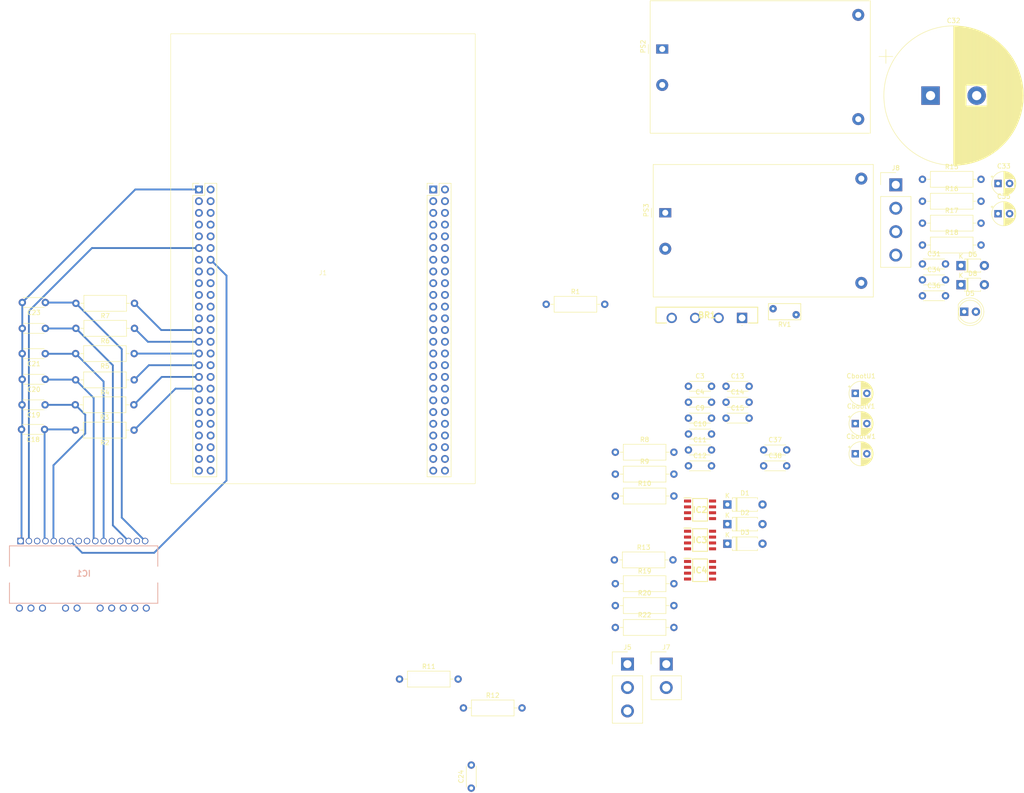
<source format=kicad_pcb>
(kicad_pcb (version 20221018) (generator pcbnew)
  (layers (0 "F.Cu" signal) (31 "B.Cu" signal) (34 "B.Paste" user) (35 "F.Paste" user) (36 "B.SilkS" user "B.Silkscreen") (37 "F.SilkS" user "F.Silkscreen") (38 "B.Mask" user) (39 "F.Mask" user) (44 "Edge.Cuts" user))
  (net 0 "")
  (net 1 "/Inverter/HV")
  (net 2 "Net-(BR1-~_1)")
  (net 3 "/Rectifier & Power supply/L")
  (net 4 "GND")
  (net 5 "Net-(D1-A)")
  (net 6 "Net-(D1-K)")
  (net 7 "RS")
  (net 8 "Net-(IC2-FILTER)")
  (net 9 "+5V")
  (net 10 "Net-(IC3-FILTER)")
  (net 11 "Net-(IC4-FILTER)")
  (net 12 "/Inverter/NTC")
  (net 13 "Net-(IC1-HIN_W)")
  (net 14 "Net-(IC1-LIN_W)")
  (net 15 "Net-(IC1-HIN_V_)")
  (net 16 "Net-(IC1-LIN_V)")
  (net 17 "Net-(IC1-HIN_U)")
  (net 18 "Net-(IC1-LIN_U)")
  (net 19 "/Inverter/ADC")
  (net 20 "Net-(IC1-OP-)")
  (net 21 "+24V")
  (net 22 "Net-(D6-A)")
  (net 23 "Net-(D8-A)")
  (net 24 "Net-(D3-A)")
  (net 25 "Net-(D3-K)")
  (net 26 "Net-(D2-A)")
  (net 27 "Net-(D2-K)")
  (net 28 "Net-(D5-A)")
  (net 29 "+15V")
  (net 30 "Net-(IC1-OP+)")
  (net 32 "Net-(IC1-NU)")
  (net 33 "/Inverter/U")
  (net 34 "/Inverter/CURR_U")
  (net 35 "/Inverter/V")
  (net 36 "/Inverter/CURR_V")
  (net 37 "/Inverter/W")
  (net 38 "/Inverter/CURR_W")
  (net 54 "/Inverter/HIN_U")
  (net 56 "/Inverter/LIN_U")
  (net 58 "/Inverter/HIN_V")
  (net 60 "/Inverter/LIN_V")
  (net 62 "/Inverter/LIN_W")
  (net 64 "/Inverter/HIN_W")
  (net 122 "Net-(R15-Pad2)")
  (net 123 "Net-(R16-Pad2)")
  (net 124 "Net-(R17-Pad2)")
  (footprint "Capacitor_THT:C_Disc_D4.3mm_W1.9mm_P5.00mm" (layer "F.Cu") (at 187.215869 132.11)
    (fp_text reference "C12")
    (fp_text value "0.1uF")
  )
  (footprint "Resistor_THT:R_Axial_DIN0309_L9.0mm_D3.2mm_P12.70mm_Horizontal" (layer "F.Cu") (at 124.5775 178.335)
    (fp_text reference "R11")
    (fp_text value "3.3K")
  )
  (footprint "Capacitor_THT:C_Disc_D4.3mm_W1.9mm_P5.00mm" (layer "F.Cu") (at 140.1375 201.975 90)
    (fp_text reference "C24")
    (fp_text value "33pF")
  )
  (footprint "Capacitor_THT:C_Disc_D4.3mm_W1.9mm_P5.00mm" (layer "F.Cu") (at 195.365869 118.31)
    (fp_text reference "C14")
    (fp_text value "0.1uF")
  )
  (footprint "Resistor_THT:R_Axial_DIN0309_L9.0mm_D3.2mm_P12.70mm_Horizontal" (layer "F.Cu") (at 138.4375 184.595)
    (fp_text reference "R12")
    (fp_text value "10K")
  )
  (footprint "Diode_THT:D_A-405_P7.62mm_Horizontal" (layer "F.Cu") (at 195.655 148.99)
    (fp_text reference "D3")
    (fp_text value "MMSZ5250B")
  )
  (footprint "LED_THT:LED_D5.0mm" (layer "F.Cu") (at 246.995 98.69)
    (fp_text reference "D5")
    (fp_text value "LED")
  )
  (footprint "Resistor_THT:R_Axial_DIN0309_L9.0mm_D3.2mm_P12.70mm_Horizontal" (layer "F.Cu") (at 67.12 96.87 180)
    (fp_text reference "R7")
    (fp_text value "1K")
  )
  (footprint "Capacitor_THT:C_Disc_D4.3mm_W1.9mm_P5.00mm" (layer "F.Cu") (at 187.215869 125.21)
    (fp_text reference "C10")
    (fp_text value "0.1uF")
  )
  (footprint "Converter_ACDC:Converter_ACDC_HiLink_HLK-10Mxx" (layer "F.Cu") (at 182.19 77.24)
    (fp_text reference "PS3")
    (fp_text value "HLK-10M05")
  )
  (footprint "Resistor_THT:R_Axial_DIN0309_L9.0mm_D3.2mm_P12.70mm_Horizontal" (layer "F.Cu") (at 67.06 107.77 180)
    (fp_text reference "R5")
    (fp_text value "1K")
  )
  (footprint "Capacitor_THT:C_Disc_D4.3mm_W1.9mm_P5.00mm" (layer "F.Cu") (at 187.215869 128.66)
    (fp_text reference "C11")
    (fp_text value "1nF")
  )
  (footprint "Diode_THT:D_A-405_P7.62mm_Horizontal" (layer "F.Cu") (at 195.655 140.49)
    (fp_text reference "D1")
    (fp_text value "MMSZ5250B")
  )
  (footprint "Resistor_THT:R_Axial_DIN0309_L9.0mm_D3.2mm_P12.70mm_Horizontal" (layer "F.Cu") (at 67.03 124.36 180)
    (fp_text reference "R2")
    (fp_text value "1K")
  )
  (footprint "Capacitor_THT:C_Disc_D4.3mm_W1.9mm_P5.00mm" (layer "F.Cu") (at 195.365869 114.86)
    (fp_text reference "C13")
    (fp_text value "1nF")
  )
  (footprint "Resistor_THT:R_Axial_DIN0309_L9.0mm_D3.2mm_P12.70mm_Horizontal" (layer "F.Cu") (at 171.365869 129.15)
    (fp_text reference "R8")
    (fp_text value "1R")
  )
  (footprint "Capacitor_THT:C_Disc_D4.3mm_W1.9mm_P5.00mm" (layer "F.Cu") (at 47.78 113.35 180)
    (fp_text reference "C20")
    (fp_text value "10pF")
  )
  (footprint "Capacitor_THT:C_Disc_D4.3mm_W1.9mm_P5.00mm" (layer "F.Cu") (at 195.365869 121.76)
    (fp_text reference "C15")
    (fp_text value "1nF")
  )
  (footprint "Capacitor_THT:C_Disc_D4.3mm_W1.9mm_P5.00mm" (layer "F.Cu") (at 237.945 91.79)
    (fp_text reference "C34")
    (fp_text value "100nF")
  )
  (footprint "Capacitor_THT:C_Disc_D4.3mm_W1.9mm_P5.00mm" (layer "F.Cu") (at 47.78 107.78 180)
    (fp_text reference "C21")
    (fp_text value "10pF")
  )
  (footprint "Resistor_THT:R_Axial_DIN0309_L9.0mm_D3.2mm_P12.70mm_Horizontal" (layer "F.Cu") (at 237.945 79.49)
    (fp_text reference "R17")
    (fp_text value "10K")
  )
  (footprint "Resistor_THT:R_Axial_DIN0309_L9.0mm_D3.2mm_P12.70mm_Horizontal" (layer "F.Cu") (at 171.365869 133.9)
    (fp_text reference "R9")
    (fp_text value "3.3K")
  )
  (footprint "Diode_THT:D_A-405_P7.62mm_Horizontal" (layer "F.Cu") (at 195.655 144.74)
    (fp_text reference "D2")
    (fp_text value "MMSZ5250B")
  )
  (footprint "Capacitor_THT:C_Disc_D4.3mm_W1.9mm_P5.00mm" (layer "F.Cu") (at 47.8 102.31 180)
    (fp_text reference "C22" hide)
    (fp_text value "10pF")
  )
  (footprint "Capacitor_THT:C_Disc_D4.3mm_W1.9mm_P5.00mm" (layer "F.Cu") (at 237.945 95.24)
    (fp_text reference "C36")
    (fp_text value "100nF")
  )
  (footprint "Connector_Samtec_HPM_THT:Samtec_HPM-04-01-x-S_Straight_1x04_Pitch5.08mm" (layer "F.Cu") (at 232.165 71.18)
    (fp_text reference "J8")
    (fp_text value "Conn_01x04")
  )
  (footprint "Capacitor_THT:C_Disc_D4.3mm_W1.9mm_P5.00mm" (layer "F.Cu") (at 203.515869 132.11)
    (fp_text reference "C38")
    (fp_text value "100n")
  )
  (footprint "Converter_ACDC:Converter_ACDC_HiLink_HLK-10Mxx" (layer "F.Cu") (at 181.53 41.74)
    (fp_text reference "PS2")
    (fp_text value "HLK-10M24")
  )
  (footprint "Connector_Samtec_HPM_THT:Samtec_HPM-02-01-x-S_Straight_1x02_Pitch5.08mm" (layer "F.Cu") (at 182.405869 175.09)
    (fp_text reference "J7")
    (fp_text value "AC_IN")
  )
  (footprint "Capacitor_THT:CP_Radial_D5.0mm_P2.50mm" (layer "F.Cu") (at 223.39 122.94)
    (fp_text reference "CbootV1")
    (fp_text value "2.2u")
  )
  (footprint "Resistor_THT:R_Axial_DIN0309_L9.0mm_D3.2mm_P12.70mm_Horizontal" (layer "F.Cu") (at 237.945 69.99)
    (fp_text reference "R15")
    (fp_text value "10K")
  )
  (footprint "Resistor_THT:R_Axial_DIN0309_L9.0mm_D3.2mm_P12.70mm_Horizontal" (layer "F.Cu") (at 171.365869 167.15)
    (fp_text reference "R22")
    (fp_text value "3.3K")
  )
  (footprint "Resistor_THT:R_Axial_DIN0309_L9.0mm_D3.2mm_P12.70mm_Horizontal" (layer "F.Cu") (at 171.16 152.5)
    (fp_text reference "R13")
    (fp_text value "3.3K")
  )
  (footprint "SamacSys_Parts:SOIC127P600X175-8N" (layer "F.Cu") (at 189.73 154.74)
    (fp_text reference "IC4")
    (fp_text value "ACS724LLCTR-05AU-T" hide)
  )
  (footprint "Capacitor_THT:C_Disc_D4.3mm_W1.9mm_P5.00mm" (layer "F.Cu") (at 187.215869 121.76)
    (fp_text reference "C9")
    (fp_text value "1nF")
  )
  (footprint "Capacitor_THT:C_Disc_D4.3mm_W1.9mm_P5.00mm" (layer "F.Cu") (at 47.8 96.69 180)
    (fp_text reference "C23")
    (fp_text value "10pF" hide)
  )
  (footprint "Diode_THT:D_T-1_P5.08mm_Horizontal" (layer "F.Cu") (at 246.295 88.69)
    (fp_text reference "D6")
    (fp_text value "DZ24V")
  )
  (footprint "Capacitor_THT:C_Disc_D4.3mm_W1.9mm_P5.00mm" (layer "F.Cu") (at 237.945 88.34)
    (fp_text reference "C31")
    (fp_text value "220nF")
  )
  (footprint "Resistor_THT:R_Axial_DIN0309_L9.0mm_D3.2mm_P12.70mm_Horizontal" (layer "F.Cu") (at 67.12 102.3 180)
    (fp_text reference "R6")
    (fp_text value "1K")
  )
  (footprint "SamacSys_Parts:SOIC127P600X175-8N" (layer "F.Cu") (at 189.73 148.19)
    (fp_text reference "IC3")
    (fp_text value "ACS724LLCTR-05AU-T" hide)
  )
  (footprint "Capacitor_THT:CP_Radial_D5.0mm_P2.50mm" (layer "F.Cu") (at 223.39 116.39)
    (fp_text reference "CbootU1")
    (fp_text value "2.2u")
  )
  (footprint "Resistor_THT:R_Axial_DIN0309_L9.0mm_D3.2mm_P12.70mm_Horizontal" (layer "F.Cu") (at 156.3725 97.08)
    (fp_text reference "R1")
    (fp_text value "2.2K")
  )
  (footprint "SamacSys_Parts:GBUE2560M3P" (layer "F.Cu") (at 198.835 100.037)
    (fp_text reference "BR1")
    (fp_text value "GBUE2560-M3_P" hide)
  )
  (footprint "Capacitor_THT:CP_Radial_D30.0mm_P10.00mm_SnapIn" (layer "F.Cu") (at 239.699131 51.84)
    (fp_text reference "C32")
    (fp_text value "330uF 400V")
  )
  (footprint "Connector_Samtec_HPM_THT:Samtec_HPM-03-01-x-S_Straight_1x03_Pitch5.08mm" (layer "F.Cu") (at 173.995869 175.09)
    (fp_text reference "J5")
    (fp_text value "OUT")
  )
  (footprint "Resistor_THT:R_Axial_DIN0309_L9.0mm_D3.2mm_P12.70mm_Horizontal" (layer "F.Cu") (at 171.365869 138.65)
    (fp_text reference "R10")
    (fp_text value "3.3K")
  )
  (footprint "Diode_THT:D_T-1_P5.08mm_Horizontal" (layer "F.Cu") (at 246.295 92.84)
    (fp_text reference "D8")
    (fp_text value "DZ5V")
  )
  (footprint "Resistor_THT:R_Axial_DIN0309_L9.0mm_D3.2mm_P12.70mm_Horizontal" (layer "F.Cu") (at 237.945 74.74)
    (fp_text reference "R16")
    (fp_text value "10K")
  )
  (footprint "Capacitor_THT:C_Disc_D4.3mm_W1.9mm_P5.00mm" (layer "F.Cu") (at 203.515869 128.66)
    (fp_text reference "C37")
    (fp_text value "100n")
  )
  (footprint "Capacitor_THT:C_Disc_D4.3mm_W1.9mm_P5.00mm" (layer "F.Cu") (at 47.63 124.21 180)
    (fp_text reference "C18")
    (fp_text value "10pF")
  )
  (footprint "Capacitor_THT:CP_Radial_D5.0mm_P2.50mm" (layer "F.Cu") (at 223.39 129.49)
    (fp_text reference "CbootW1")
    (fp_text value "2.2u")
  )
  (footprint "SamacSys_Parts:SOIC127P600X175-8N" (layer "F.Cu") (at 189.73 141.64)
    (fp_text reference "IC2")
    (fp_text value "ACS724LLCTR-05AU-T" hide)
  )
  (footprint "Resistor_THT:R_Axial_DIN0309_L9.0mm_D3.2mm_P12.70mm_Horizontal" (layer "F.Cu") (at 67.06 113.47 180)
    (fp_text reference "R4")
    (fp_text value "1K")
  )
  (footprint "Varistor:RV_Disc_D7mm_W3.5mm_P5mm" (layer "F.Cu") (at 205.565 98.04)
    (fp_text reference "RV1")
    (fp_text value "Varistor")
  )
  (footprint "Capacitor_THT:CP_Radial_D5.0mm_P2.50mm" (layer "F.Cu") (at 254.334775 70.89)
    (fp_text reference "C33")
    (fp_text value "22uF")
  )
  (footprint "Resistor_THT:R_Axial_DIN0309_L9.0mm_D3.2mm_P12.70mm_Horizontal" (layer "F.Cu") (at 66.99 118.87 180)
    (fp_text reference "R3")
    (fp_text value "1K")
  )
  (footprint "Capacitor_THT:CP_Radial_D5.0mm_P2.50mm" (layer "F.Cu") (at 254.334775 77.44)
    (fp_text reference "C35")
    (fp_text value "22uF")
  )
  (footprint "Capacitor_THT:C_Disc_D4.3mm_W1.9mm_P5.00mm" (layer "F.Cu") (at 187.215869 114.86)
    (fp_text reference "C3")
    (fp_text value "100n")
  )
  (footprint "Resistor_THT:R_Axial_DIN0309_L9.0mm_D3.2mm_P12.70mm_Horizontal" (layer "F.Cu") (at 171.365869 157.65)
    (fp_text reference "R19")
    (fp_text value "1R")
  )
  (footprint "Capacitor_THT:C_Disc_D4.3mm_W1.9mm_P5.00mm" (layer "F.Cu") (at 47.74 118.88 180)
    (fp_text reference "C19")
    (fp_text value "10pF")
  )
  (footprint "Capacitor_THT:C_Disc_D4.3mm_W1.9mm_P5.00mm" (layer "F.Cu") (at 187.215869 118.31)
    (fp_text reference "C4")
    (fp_text value "1nF")
  )
  (footprint "Resistor_THT:R_Axial_DIN0309_L9.0mm_D3.2mm_P12.70mm_Horizontal" (layer "F.Cu") (at 237.945 84.24)
    (fp_text reference "R18")
    (fp_text value "10K")
  )
  (footprint "Resistor_THT:R_Axial_DIN0309_L9.0mm_D3.2mm_P12.70mm_Horizontal" (layer "F.Cu") (at 171.365869 162.4)
    (fp_text reference "R20")
    (fp_text value "1R")
  )
  (footprint "Custom:STM32F407G-DISC1-SHIELD" (layer "F.Cu") (at 107.97 90.26)
    (fp_text reference "J1")
    (fp_text value "STM32F407G-DISC1-SHIELD" hide)
  )
  (footprint "SamacSys_Parts:STGIPQ3H60THL" (layer "B.Cu") (at 42.427 148.4025)
    (fp_text reference "IC1")
    (fp_text value "STGIPQ3H60T-HL" hide)
  )
  (segment (start 42.8 96.69) (end 67.3 72.19) (width 0.4) (layer "B.Cu") (net 4))
  (segment (start 42.63 124.21) (end 42.63 148.1995) (width 0.4) (layer "B.Cu") (net 4))
  (segment (start 42.83 124.24) (end 42.72 124.35) (width 0.4) (layer "B.Cu") (net 4))
  (segment (start 42.82 124.25) (end 42.72 124.35) (width 0.4) (layer "B.Cu") (net 4))
  (segment (start 42.8 96.69) (end 42.8 124.04) (width 0.4) (layer "B.Cu") (net 4))
  (segment (start 42.63 148.1995) (end 42.427 148.4025) (width 0.4) (layer "B.Cu") (net 4))
  (segment (start 67.3 72.19) (end 81.09 72.19) (width 0.4) (layer "B.Cu") (net 4))
  (segment (start 42.8 124.04) (end 42.63 124.21) (width 0.4) (layer "B.Cu") (net 4))
  (segment (start 81.09 84.89) (end 57.902943 84.89) (width 0.4) (layer "B.Cu") (net 12))
  (segment (start 57.902943 84.89) (end 44.227 98.565943) (width 0.4) (layer "B.Cu") (net 12))
  (segment (start 44.227 98.565943) (end 44.227 148.4025) (width 0.4) (layer "B.Cu") (net 12))
  (segment (start 54.18 124.21) (end 54.33 124.36) (width 0.4) (layer "B.Cu") (net 13))
  (segment (start 47.63 124.21) (end 54.18 124.21) (width 0.4) (layer "B.Cu") (net 13))
  (segment (start 47.63 148.2045) (end 47.828 148.4025) (width 0.4) (layer "B.Cu") (net 13))
  (segment (start 47.63 124.21) (end 47.63 148.2045) (width 0.4) (layer "B.Cu") (net 13))
  (segment (start 49.55 148.3255) (end 49.55 131.99) (width 0.4) (layer "B.Cu") (net 14))
  (segment (start 54.28 118.88) (end 54.29 118.87) (width 0.4) (layer "B.Cu") (net 14))
  (segment (start 49.627 148.4025) (end 49.55 148.3255) (width 0.4) (layer "B.Cu") (net 14))
  (segment (start 47.5 118.88) (end 54.28 118.88) (width 0.4) (layer "B.Cu") (net 14))
  (segment (start 56.45 125.09) (end 56.45 121.03) (width 0.4) (layer "B.Cu") (net 14))
  (segment (start 56.45 121.03) (end 54.29 118.87) (width 0.4) (layer "B.Cu") (net 14))
  (segment (start 49.55 131.99) (end 56.45 125.09) (width 0.4) (layer "B.Cu") (net 14))
  (segment (start 58.27 117.38) (end 54.36 113.47) (width 0.4) (layer "B.Cu") (net 15))
  (segment (start 54.3 113.41) (end 54.36 113.47) (width 0.4) (layer "B.Cu") (net 15))
  (segment (start 47.95 113.41) (end 54.3 113.41) (width 0.4) (layer "B.Cu") (net 15))
  (segment (start 58.627 148.4025) (end 58.27 148.0455) (width 0.4) (layer "B.Cu") (net 15))
  (segment (start 58.27 148.0455) (end 58.27 117.38) (width 0.4) (layer "B.Cu") (net 15))
  (segment (start 47.94 107.81) (end 54.32 107.81) (width 0.4) (layer "B.Cu") (net 16))
  (segment (start 60.427 148.4025) (end 60.427 113.837) (width 0.4) (layer "B.Cu") (net 16))
  (segment (start 54.32 107.81) (end 54.36 107.77) (width 0.4) (layer "B.Cu") (net 16))
  (segment (start 54.23 107.9) (end 54.36 107.77) (width 0.4) (layer "B.Cu") (net 16))
  (segment (start 54.17 107.82) (end 54.26 107.91) (width 0.4) (layer "B.Cu") (net 16))
  (segment (start 60.427 113.837) (end 54.36 107.77) (width 0.4) (layer "B.Cu") (net 16))
  (segment (start 48.01 102.33) (end 54.39 102.33) (width 0.4) (layer "B.Cu") (net 17))
  (segment (start 65.828 148.4025) (end 62.43 145.0045) (width 0.4) (layer "B.Cu") (net 17))
  (segment (start 54.39 102.33) (end 54.42 102.3) (width 0.4) (layer "B.Cu") (net 17))
  (segment (start 62.43 110.31) (end 54.42 102.3) (width 0.4) (layer "B.Cu") (net 17))
  (segment (start 62.43 145.0045) (end 62.43 110.31) (width 0.4) (layer "B.Cu") (net 17))
  (segment (start 69.427 148.4025) (end 64.36 143.3355) (width 0.4) (layer "B.Cu") (net 18))
  (segment (start 64.36 106.81) (end 54.42 96.87) (width 0.4) (layer "B.Cu") (net 18))
  (segment (start 64.36 143.3355) (end 64.36 106.81) (width 0.4) (layer "B.Cu") (net 18))
  (segment (start 54.26 96.71) (end 54.42 96.87) (width 0.4) (layer "B.Cu") (net 18))
  (segment (start 47.82 96.71) (end 54.26 96.71) (width 0.4) (layer "B.Cu") (net 18))
  (segment (start 54.23 96.68) (end 54.42 96.87) (width 0.4) (layer "B.Cu") (net 18))
  (segment (start 87.07 135.28) (end 87.07 90.87) (width 0.4) (layer "B.Cu") (net 19))
  (segment (start 87.07 90.87) (end 83.63 87.43) (width 0.4) (layer "B.Cu") (net 19))
  (segment (start 71.39 150.96) (end 87.07 135.28) (width 0.4) (layer "B.Cu") (net 19))
  (segment (start 55.7855 150.96) (end 71.39 150.96) (width 0.4) (layer "B.Cu") (net 19))
  (segment (start 53.228 148.4025) (end 55.7855 150.96) (width 0.4) (layer "B.Cu") (net 19))
  (segment (start 70.03 105.21) (end 67.12 102.3) (width 0.4) (layer "B.Cu") (net 54))
  (segment (start 81.09 105.21) (end 70.03 105.21) (width 0.4) (layer "B.Cu") (net 54))
  (segment (start 72.92 102.67) (end 67.12 96.87) (width 0.4) (layer "B.Cu") (net 56))
  (segment (start 81.09 102.67) (end 72.92 102.67) (width 0.4) (layer "B.Cu") (net 56))
  (segment (start 81.09 110.29) (end 70.24 110.29) (width 0.4) (layer "B.Cu") (net 58))
  (segment (start 70.24 110.29) (end 67.06 113.47) (width 0.4) (layer "B.Cu") (net 58))
  (segment (start 81.07 107.77) (end 81.09 107.75) (width 0.4) (layer "B.Cu") (net 60))
  (segment (start 81.02 107.68) (end 81.09 107.75) (width 0.4) (layer "B.Cu") (net 60))
  (segment (start 67.06 107.77) (end 81.07 107.77) (width 0.4) (layer "B.Cu") (net 60))
  (segment (start 81.09 112.83) (end 73.03 112.83) (width 0.4) (layer "B.Cu") (net 62))
  (segment (start 73.03 112.83) (end 66.99 118.87) (width 0.4) (layer "B.Cu") (net 62))
  (segment (start 76.02 115.37) (end 67.03 124.36) (width 0.4) (layer "B.Cu") (net 64))
  (segment (start 81.09 115.37) (end 76.02 115.37) (width 0.4) (layer "B.Cu") (net 64))
)
</source>
